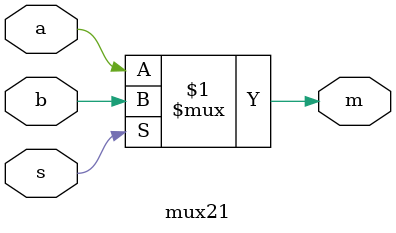
<source format=v>
module mux21(
  input a,
  input b,
  input s,
  output m
);
  assign m = (s) ? b : a;
endmodule
</source>
